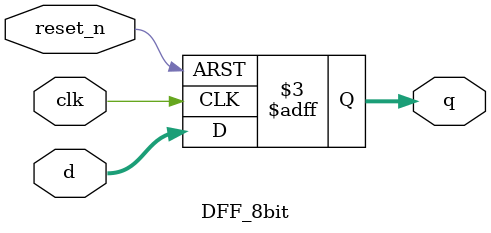
<source format=v>
module DFF_8bit(clk, reset_n, d, q);
input clk,reset_n;
parameter N=8;
input [N-1:0] d;
output reg [N-1:0] q;
always @(posedge clk,negedge reset_n)
begin
if (!reset_n)
q <= {N{1'b0}};
else
q <= d;
end
endmodule

</source>
